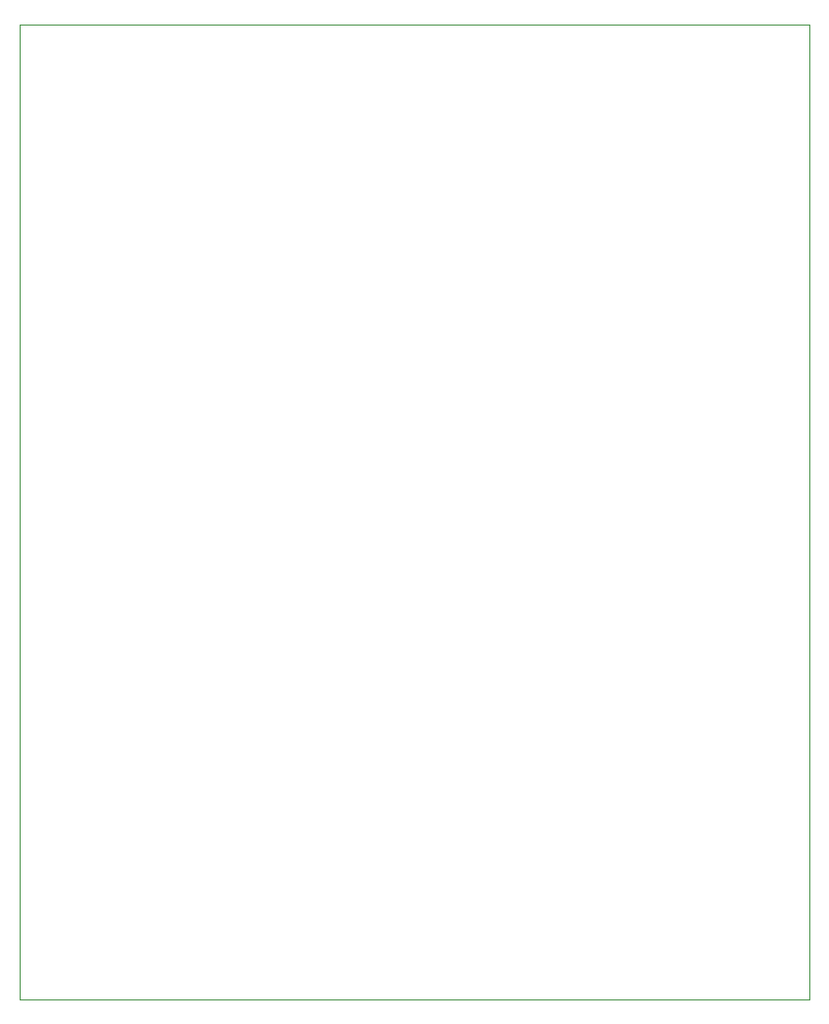
<source format=gbr>
%TF.GenerationSoftware,KiCad,Pcbnew,9.0.7*%
%TF.CreationDate,2026-02-06T20:11:41-05:00*%
%TF.ProjectId,Keypad,4b657970-6164-42e6-9b69-6361645f7063,rev?*%
%TF.SameCoordinates,Original*%
%TF.FileFunction,Profile,NP*%
%FSLAX46Y46*%
G04 Gerber Fmt 4.6, Leading zero omitted, Abs format (unit mm)*
G04 Created by KiCad (PCBNEW 9.0.7) date 2026-02-06 20:11:41*
%MOMM*%
%LPD*%
G01*
G04 APERTURE LIST*
%TA.AperFunction,Profile*%
%ADD10C,0.050000*%
%TD*%
G04 APERTURE END LIST*
D10*
X112000000Y-50000000D02*
X180000000Y-50000000D01*
X180000000Y-134000000D01*
X112000000Y-134000000D01*
X112000000Y-50000000D01*
M02*

</source>
